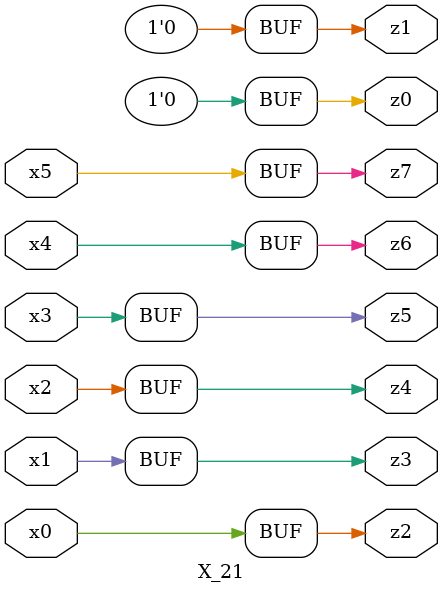
<source format=v>

module X_21 ( 
    x0, x1, x2, x3, x4, x5,
    z0, z1, z2, z3, z4, z5, z6, z7  );
  input  x0, x1, x2, x3, x4, x5;
  output z0, z1, z2, z3, z4, z5, z6, z7;
  assign z0 = 1'b0;
  assign z1 = 1'b0;
  assign z2 = x0;
  assign z3 = x1;
  assign z4 = x2;
  assign z5 = x3;
  assign z6 = x4;
  assign z7 = x5;
endmodule



</source>
